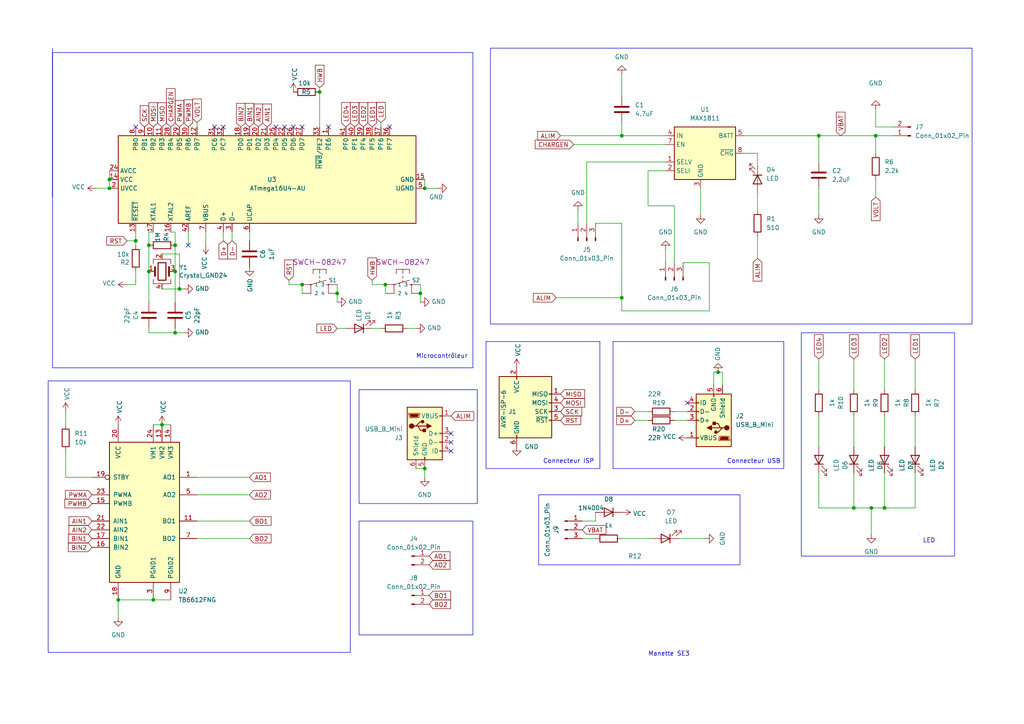
<source format=kicad_sch>
(kicad_sch (version 20230121) (generator eeschema)
  (paper "A4")
  (lib_symbols
    (symbol "2023-g2-rescue:ATmega16U4-AU-MCU_Microchip_ATmega"
      (property "Reference" "U" (at -12.7 44.45 0))
      (property "Value" "MCU_Microchip_ATmega_ATmega16U4-AU" (at 2.54 -44.45 0))
      (symbol "ATmega16U4-AU-MCU_Microchip_ATmega_0_1"
        (rectangle (start -12.7 -43.18) (end 12.7 43.18) (stroke (width 0.254)) (fill (type background)))
      )
      (symbol "ATmega16U4-AU-MCU_Microchip_ATmega_1_1"
        (pin bidirectional line (at 15.24 -17.78 180) (length 2.54) (name "PE6") (number "1"))
        (pin bidirectional line (at 15.24 33.02 180) (length 2.54) (name "PB2") (number "10"))
        (pin bidirectional line (at 15.24 30.48 180) (length 2.54) (name "PB3") (number "11"))
        (pin bidirectional line (at 15.24 20.32 180) (length 2.54) (name "PB7") (number "12"))
        (pin input line (at -15.24 38.1 0) (length 2.54) (name "~{RESET}") (number "13"))
        (pin power_in line (at 0 45.72 270) (length 2.54) (name "VCC") (number "14"))
        (pin power_in line (at 0 -45.72 90) (length 2.54) (name "GND") (number "15"))
        (pin output line (at -15.24 27.94 0) (length 2.54) (name "XTAL2") (number "16"))
        (pin input line (at -15.24 33.02 0) (length 2.54) (name "XTAL1") (number "17"))
        (pin bidirectional line (at 15.24 7.62 180) (length 2.54) (name "PD0") (number "18"))
        (pin bidirectional line (at 15.24 5.08 180) (length 2.54) (name "PD1") (number "19"))
        (pin power_in line (at -2.54 45.72 270) (length 2.54) (name "UVCC") (number "2"))
        (pin bidirectional line (at 15.24 2.54 180) (length 2.54) (name "PD2") (number "20"))
        (pin bidirectional line (at 15.24 0 180) (length 2.54) (name "PD3") (number "21"))
        (pin bidirectional line (at 15.24 -5.08 180) (length 2.54) (name "PD5") (number "22"))
        (pin passive line (at 0 -45.72 90) (length 2.54) hide (name "GND") (number "23"))
        (pin power_in line (at 2.54 45.72 270) (length 2.54) (name "AVCC") (number "24"))
        (pin bidirectional line (at 15.24 -2.54 180) (length 2.54) (name "PD4") (number "25"))
        (pin bidirectional line (at 15.24 -7.62 180) (length 2.54) (name "PD6") (number "26"))
        (pin bidirectional line (at 15.24 -10.16 180) (length 2.54) (name "PD7") (number "27"))
        (pin bidirectional line (at 15.24 27.94 180) (length 2.54) (name "PB4") (number "28"))
        (pin bidirectional line (at 15.24 25.4 180) (length 2.54) (name "PB5") (number "29"))
        (pin bidirectional line (at -15.24 10.16 0) (length 2.54) (name "D-") (number "3"))
        (pin bidirectional line (at 15.24 22.86 180) (length 2.54) (name "PB6") (number "30"))
        (pin bidirectional line (at 15.24 15.24 180) (length 2.54) (name "PC6") (number "31"))
        (pin bidirectional line (at 15.24 12.7 180) (length 2.54) (name "PC7") (number "32"))
        (pin bidirectional line (at 15.24 -15.24 180) (length 2.54) (name "~{HWB}/PE2") (number "33"))
        (pin passive line (at 0 45.72 270) (length 2.54) hide (name "VCC") (number "34"))
        (pin passive line (at 0 -45.72 90) (length 2.54) hide (name "GND") (number "35"))
        (pin bidirectional line (at 15.24 -35.56 180) (length 2.54) (name "PF7") (number "36"))
        (pin bidirectional line (at 15.24 -33.02 180) (length 2.54) (name "PF6") (number "37"))
        (pin bidirectional line (at 15.24 -30.48 180) (length 2.54) (name "PF5") (number "38"))
        (pin bidirectional line (at 15.24 -27.94 180) (length 2.54) (name "PF4") (number "39"))
        (pin bidirectional line (at -15.24 12.7 0) (length 2.54) (name "D+") (number "4"))
        (pin bidirectional line (at 15.24 -25.4 180) (length 2.54) (name "PF1") (number "40"))
        (pin bidirectional line (at 15.24 -22.86 180) (length 2.54) (name "PF0") (number "41"))
        (pin passive line (at -15.24 22.86 0) (length 2.54) (name "AREF") (number "42"))
        (pin passive line (at 0 -45.72 90) (length 2.54) hide (name "GND") (number "43"))
        (pin passive line (at 2.54 45.72 270) (length 2.54) hide (name "AVCC") (number "44"))
        (pin passive line (at -2.54 -45.72 90) (length 2.54) (name "UGND") (number "5"))
        (pin passive line (at -15.24 5.08 0) (length 2.54) (name "UCAP") (number "6"))
        (pin input line (at -15.24 17.78 0) (length 2.54) (name "VBUS") (number "7"))
        (pin bidirectional line (at 15.24 38.1 180) (length 2.54) (name "PB0") (number "8"))
        (pin bidirectional line (at 15.24 35.56 180) (length 2.54) (name "PB1") (number "9"))
      )
    )
    (symbol "Battery_Management:MAX1811"
      (property "Reference" "U" (at -7.62 8.89 0))
      (property "Value" "MAX1811" (at 10.16 8.89 0))
      (symbol "MAX1811_0_1"
        (rectangle (start -7.62 7.62) (end 10.16 -7.62) (stroke (width 0.254)) (fill (type background)))
      )
      (symbol "MAX1811_1_1"
        (pin input line (at -10.16 -2.54 0) (length 2.54) (name "SELV") (number "1"))
        (pin input line (at -10.16 -5.08 0) (length 2.54) (name "SELI") (number "2"))
        (pin power_in line (at 0 -10.16 90) (length 2.54) (name "GND") (number "3"))
        (pin power_in line (at -10.16 5.08 0) (length 2.54) (name "IN") (number "4"))
        (pin power_out line (at 12.7 5.08 180) (length 2.54) (name "BATT") (number "5"))
        (pin passive line (at 0 -10.16 90) (length 2.54) hide (name "GND") (number "6"))
        (pin input line (at -10.16 2.54 0) (length 2.54) (name "EN") (number "7"))
        (pin open_collector line (at 12.7 0 180) (length 2.54) (name "~{CHG}") (number "8"))
      )
    )
    (symbol "Connector:AVR-ISP-6" (pin_names (offset 1.016))
      (property "Reference" "J" (at -6.35 11.43 0))
      (property "Value" "AVR-ISP-6" (at 0 11.43 0))
      (symbol "AVR-ISP-6_0_1"
        (rectangle (start -2.667 -6.858) (end -2.413 -7.62))
        (rectangle (start -2.667 10.16) (end -2.413 9.398))
        (rectangle (start 7.62 -2.413) (end 6.858 -2.667))
        (rectangle (start 7.62 0.127) (end 6.858 -0.127))
        (rectangle (start 7.62 2.667) (end 6.858 2.413))
        (rectangle (start 7.62 5.207) (end 6.858 4.953))
        (rectangle (start 7.62 10.16) (end -7.62 -7.62) (stroke (width 0.254)) (fill (type background)))
      )
      (symbol "AVR-ISP-6_1_1"
        (pin passive line (at 10.16 5.08 180) (length 2.54) (name "MISO") (number "1"))
        (pin passive line (at -2.54 12.7 270) (length 2.54) (name "VCC") (number "2"))
        (pin passive line (at 10.16 0 180) (length 2.54) (name "SCK") (number "3"))
        (pin passive line (at 10.16 2.54 180) (length 2.54) (name "MOSI") (number "4"))
        (pin passive line (at 10.16 -2.54 180) (length 2.54) (name "~{RST}") (number "5"))
        (pin passive line (at -2.54 -10.16 90) (length 2.54) (name "GND") (number "6"))
      )
    )
    (symbol "Connector:Conn_01x02_Pin" (pin_names (offset 1.016) hide)
      (property "Reference" "J" (at 0 2.54 0))
      (property "Value" "Conn_01x02_Pin" (at 0 -5.08 0))
      (symbol "Conn_01x02_Pin_1_1"
        (polyline (pts (xy 1.27 -2.54) (xy 0.8636 -2.54)) (stroke (width 0.1524)))
        (polyline (pts (xy 1.27 0) (xy 0.8636 0)) (stroke (width 0.1524)))
        (rectangle (start 0.8636 -2.413) (end 0 -2.667) (stroke (width 0.1524)) (fill (type outline)))
        (rectangle (start 0.8636 0.127) (end 0 -0.127) (stroke (width 0.1524)) (fill (type outline)))
        (pin passive line (at 5.08 0 180) (length 3.81) (name "Pin_1") (number "1"))
        (pin passive line (at 5.08 -2.54 180) (length 3.81) (name "Pin_2") (number "2"))
      )
    )
    (symbol "Connector:Conn_01x03_Pin" (pin_names (offset 1.016) hide)
      (property "Reference" "J" (at 0 5.08 0))
      (property "Value" "Conn_01x03_Pin" (at 0 -5.08 0))
      (symbol "Conn_01x03_Pin_1_1"
        (polyline (pts (xy 1.27 -2.54) (xy 0.8636 -2.54)) (stroke (width 0.1524)))
        (polyline (pts (xy 1.27 0) (xy 0.8636 0)) (stroke (width 0.1524)))
        (polyline (pts (xy 1.27 2.54) (xy 0.8636 2.54)) (stroke (width 0.1524)))
        (rectangle (start 0.8636 -2.413) (end 0 -2.667) (stroke (width 0.1524)) (fill (type outline)))
        (rectangle (start 0.8636 0.127) (end 0 -0.127) (stroke (width 0.1524)) (fill (type outline)))
        (rectangle (start 0.8636 2.667) (end 0 2.413) (stroke (width 0.1524)) (fill (type outline)))
        (pin passive line (at 5.08 2.54 180) (length 3.81) (name "Pin_1") (number "1"))
        (pin passive line (at 5.08 0 180) (length 3.81) (name "Pin_2") (number "2"))
        (pin passive line (at 5.08 -2.54 180) (length 3.81) (name "Pin_3") (number "3"))
      )
    )
    (symbol "Connector:USB_B_Mini" (pin_names (offset 1.016))
      (property "Reference" "J" (at -5.08 11.43 0))
      (property "Value" "USB_B_Mini" (at -5.08 8.89 0))
      (symbol "USB_B_Mini_0_1"
        (rectangle (start -5.08 -7.62) (end 5.08 7.62) (stroke (width 0.254)) (fill (type background)))
        (circle (center -3.81 2.159) (radius 0.635) (stroke (width 0.254)) (fill (type outline)))
        (circle (center -0.635 3.429) (radius 0.381) (stroke (width 0.254)) (fill (type outline)))
        (rectangle (start -0.127 -7.62) (end 0.127 -6.858))
        (polyline (pts (xy -1.905 2.159) (xy 0.635 2.159)) (stroke (width 0.254)))
        (polyline (pts (xy -3.175 2.159) (xy -2.54 2.159) (xy -1.27 3.429) (xy -0.635 3.429)) (stroke (width 0.254)))
        (polyline (pts (xy -2.54 2.159) (xy -1.905 2.159) (xy -1.27 0.889) (xy 0 0.889)) (stroke (width 0.254)))
        (polyline (pts (xy 0.635 2.794) (xy 0.635 1.524) (xy 1.905 2.159) (xy 0.635 2.794)) (stroke (width 0.254)) (fill (type outline)))
        (polyline (pts (xy -4.318 5.588) (xy -1.778 5.588) (xy -2.032 4.826) (xy -4.064 4.826) (xy -4.318 5.588)) (fill (type outline)))
        (polyline (pts (xy -4.699 5.842) (xy -4.699 5.588) (xy -4.445 4.826) (xy -4.445 4.572) (xy -1.651 4.572) (xy -1.651 4.826) (xy -1.397 5.588) (xy -1.397 5.842) (xy -4.699 5.842)))
        (rectangle (start 0.254 1.27) (end -0.508 0.508) (stroke (width 0.254)) (fill (type outline)))
        (rectangle (start 5.08 -5.207) (end 4.318 -4.953))
        (rectangle (start 5.08 -2.667) (end 4.318 -2.413))
        (rectangle (start 5.08 -0.127) (end 4.318 0.127))
        (rectangle (start 5.08 4.953) (end 4.318 5.207))
      )
      (symbol "USB_B_Mini_1_1"
        (pin power_out line (at 7.62 5.08 180) (length 2.54) (name "VBUS") (number "1"))
        (pin bidirectional line (at 7.62 -2.54 180) (length 2.54) (name "D-") (number "2"))
        (pin bidirectional line (at 7.62 0 180) (length 2.54) (name "D+") (number "3"))
        (pin passive line (at 7.62 -5.08 180) (length 2.54) (name "ID") (number "4"))
        (pin power_out line (at 0 -10.16 90) (length 2.54) (name "GND") (number "5"))
        (pin passive line (at -2.54 -10.16 90) (length 2.54) (name "Shield") (number "6"))
      )
    )
    (symbol "Device:C" (pin_numbers hide) (pin_names (offset 0.254))
      (property "Reference" "C" (at 0.635 2.54 0))
      (property "Value" "C" (at 0.635 -2.54 0))
      (symbol "C_0_1"
        (polyline (pts (xy -2.032 -0.762) (xy 2.032 -0.762)) (stroke (width 0.508)))
        (polyline (pts (xy -2.032 0.762) (xy 2.032 0.762)) (stroke (width 0.508)))
      )
      (symbol "C_1_1"
        (pin passive line (at 0 3.81 270) (length 2.794) (name "~") (number "1"))
        (pin passive line (at 0 -3.81 90) (length 2.794) (name "~") (number "2"))
      )
    )
    (symbol "Device:Crystal_GND24" (pin_names (offset 1.016) hide)
      (property "Reference" "Y" (at 3.175 5.08 0))
      (property "Value" "Crystal_GND24" (at 3.175 3.175 0))
      (symbol "Crystal_GND24_0_1"
        (rectangle (start -1.143 2.54) (end 1.143 -2.54) (stroke (width 0.3048)))
        (polyline (pts (xy -2.54 0) (xy -2.032 0)))
        (polyline (pts (xy -2.032 -1.27) (xy -2.032 1.27)) (stroke (width 0.508)))
        (polyline (pts (xy 0 -3.81) (xy 0 -3.556)))
        (polyline (pts (xy 0 3.556) (xy 0 3.81)))
        (polyline (pts (xy 2.032 -1.27) (xy 2.032 1.27)) (stroke (width 0.508)))
        (polyline (pts (xy 2.032 0) (xy 2.54 0)))
        (polyline (pts (xy -2.54 -2.286) (xy -2.54 -3.556) (xy 2.54 -3.556) (xy 2.54 -2.286)))
        (polyline (pts (xy -2.54 2.286) (xy -2.54 3.556) (xy 2.54 3.556) (xy 2.54 2.286)))
      )
      (symbol "Crystal_GND24_1_1"
        (pin passive line (at -3.81 0 0) (length 1.27) (name "1") (number "1"))
        (pin passive line (at 0 5.08 270) (length 1.27) (name "2") (number "2"))
        (pin passive line (at 3.81 0 180) (length 1.27) (name "3") (number "3"))
        (pin passive line (at 0 -5.08 90) (length 1.27) (name "4") (number "4"))
      )
    )
    (symbol "Device:LED" (pin_numbers hide) (pin_names (offset 1.016) hide)
      (property "Reference" "D" (at 0 2.54 0))
      (property "Value" "LED" (at 0 -2.54 0))
      (symbol "LED_0_1"
        (polyline (pts (xy -1.27 -1.27) (xy -1.27 1.27)) (stroke (width 0.254)))
        (polyline (pts (xy -1.27 0) (xy 1.27 0)))
        (polyline (pts (xy 1.27 -1.27) (xy 1.27 1.27) (xy -1.27 0) (xy 1.27 -1.27)) (stroke (width 0.254)))
        (polyline (pts (xy -3.048 -0.762) (xy -4.572 -2.286) (xy -3.81 -2.286) (xy -4.572 -2.286) (xy -4.572 -1.524)))
        (polyline (pts (xy -1.778 -0.762) (xy -3.302 -2.286) (xy -2.54 -2.286) (xy -3.302 -2.286) (xy -3.302 -1.524)))
      )
      (symbol "LED_1_1"
        (pin passive line (at -3.81 0 0) (length 2.54) (name "K") (number "1"))
        (pin passive line (at 3.81 0 180) (length 2.54) (name "A") (number "2"))
      )
    )
    (symbol "Device:R" (pin_numbers hide) (pin_names (offset 0))
      (property "Reference" "R" (at 2.032 0 90))
      (property "Value" "R" (at 0 0 90))
      (symbol "R_0_1"
        (rectangle (start -1.016 -2.54) (end 1.016 2.54) (stroke (width 0.254)))
      )
      (symbol "R_1_1"
        (pin passive line (at 0 3.81 270) (length 1.27) (name "~") (number "1"))
        (pin passive line (at 0 -3.81 90) (length 1.27) (name "~") (number "2"))
      )
    )
    (symbol "Diode:1N4004" (pin_numbers hide) (pin_names hide)
      (property "Reference" "D" (at 0 2.54 0))
      (property "Value" "1N4004" (at 0 -2.54 0))
      (symbol "1N4004_0_1"
        (polyline (pts (xy -1.27 1.27) (xy -1.27 -1.27)) (stroke (width 0.254)))
        (polyline (pts (xy 1.27 0) (xy -1.27 0)))
        (polyline (pts (xy 1.27 1.27) (xy 1.27 -1.27) (xy -1.27 0) (xy 1.27 1.27)) (stroke (width 0.254)))
      )
      (symbol "1N4004_1_1"
        (pin passive line (at -3.81 0 0) (length 2.54) (name "K") (number "1"))
        (pin passive line (at 3.81 0 180) (length 2.54) (name "A") (number "2"))
      )
    )
    (symbol "Driver_Motor:TB6612FNG" (pin_names (offset 1.016))
      (property "Reference" "U" (at 11.43 17.78 0))
      (property "Value" "TB6612FNG" (at 11.43 15.24 0))
      (symbol "TB6612FNG_0_1"
        (rectangle (start -10.16 20.32) (end 10.16 -20.32) (stroke (width 0.254)) (fill (type background)))
      )
      (symbol "TB6612FNG_1_1"
        (pin output line (at 15.24 10.16 180) (length 5.08) (name "AO1") (number "1"))
        (pin passive line (at 7.62 -25.4 90) (length 5.08) hide (name "PGND2") (number "10"))
        (pin output line (at 15.24 -2.54 180) (length 5.08) (name "BO1") (number "11"))
        (pin passive line (at 15.24 -2.54 180) (length 5.08) hide (name "BO1") (number "12"))
        (pin power_in line (at 5.08 25.4 270) (length 5.08) (name "VM2") (number "13"))
        (pin power_in line (at 7.62 25.4 270) (length 5.08) (name "VM3") (number "14"))
        (pin input line (at -15.24 2.54 0) (length 5.08) (name "PWMB") (number "15"))
        (pin input line (at -15.24 -10.16 0) (length 5.08) (name "BIN2") (number "16"))
        (pin input line (at -15.24 -7.62 0) (length 5.08) (name "BIN1") (number "17"))
        (pin power_in line (at -7.62 -25.4 90) (length 5.08) (name "GND") (number "18"))
        (pin input inverted (at -15.24 10.16 0) (length 5.08) (name "STBY") (number "19"))
        (pin passive line (at 15.24 10.16 180) (length 5.08) hide (name "AO1") (number "2"))
        (pin power_in line (at -7.62 25.4 270) (length 5.08) (name "VCC") (number "20"))
        (pin input line (at -15.24 -2.54 0) (length 5.08) (name "AIN1") (number "21"))
        (pin input line (at -15.24 -5.08 0) (length 5.08) (name "AIN2") (number "22"))
        (pin input line (at -15.24 5.08 0) (length 5.08) (name "PWMA") (number "23"))
        (pin power_in line (at 2.54 25.4 270) (length 5.08) (name "VM1") (number "24"))
        (pin power_in line (at 2.54 -25.4 90) (length 5.08) (name "PGND1") (number "3"))
        (pin passive line (at 2.54 -25.4 90) (length 5.08) hide (name "PGND1") (number "4"))
        (pin output line (at 15.24 5.08 180) (length 5.08) (name "AO2") (number "5"))
        (pin passive line (at 15.24 5.08 180) (length 5.08) hide (name "AO2") (number "6"))
        (pin output line (at 15.24 -7.62 180) (length 5.08) (name "BO2") (number "7"))
        (pin passive line (at 15.24 -7.62 180) (length 5.08) hide (name "BO2") (number "8"))
        (pin power_in line (at 7.62 -25.4 90) (length 5.08) (name "PGND2") (number "9"))
      )
    )
    (symbol "MOMENTARY-SWITCH-SPST-2-SMD-5.2MM_1" (pin_numbers hide) (pin_names (offset 1.016))
      (property "Reference" "S" (at -5.08 1.27 0))
      (property "Value" "MOMENTARY-SWITCH-SPST-2-SMD-5.2MM" (at -5.08 -5.08 0))
      (property "Field4" "SWCH-08247" (at 0 7.62 0))
      (symbol "MOMENTARY-SWITCH-SPST-2-SMD-5.2MM_1_1_0"
        (polyline (pts (xy -2.54 -2.54) (xy -2.54 0)))
        (polyline (pts (xy -2.54 0) (xy 1.905 1.27)))
        (polyline (pts (xy -1.905 4.445) (xy -1.905 3.175)))
        (polyline (pts (xy 0 1.27) (xy 0 0.635)))
        (polyline (pts (xy 0 2.54) (xy 0 1.905)))
        (polyline (pts (xy 0 4.445) (xy -1.905 4.445)))
        (polyline (pts (xy 0 4.445) (xy 0 3.175)))
        (polyline (pts (xy 1.905 0) (xy 2.54 0)))
        (polyline (pts (xy 1.905 4.445) (xy 0 4.445)))
        (polyline (pts (xy 1.905 4.445) (xy 1.905 3.175)))
        (polyline (pts (xy 2.54 -2.54) (xy 2.54 0)))
      )
      (symbol "MOMENTARY-SWITCH-SPST-2-SMD-5.2MM_1_1_1"
        (circle (center -2.54 0) (radius 0.127) (fill (type outline)))
        (circle (center 2.54 0) (radius 0.127) (fill (type outline)))
        (pin passive line (at -5.08 0 0) (length 2.54) (name "1") (number "1"))
        (pin passive line (at -5.08 -2.54 0) (length 2.54) (name "2") (number "2"))
        (pin passive line (at 5.08 0 180) (length 2.54) (name "3") (number "3"))
        (pin passive line (at 5.08 -2.54 180) (length 2.54) (name "4") (number "4"))
      )
    )
    (symbol "MOMENTARY-SWITCH-SPST-2-SMD-5.2MM_2" (pin_numbers hide) (pin_names (offset 1.016))
      (property "Reference" "S" (at -5.08 1.27 0))
      (property "Value" "MOMENTARY-SWITCH-SPST-2-SMD-5.2MM" (at -5.08 -5.08 0))
      (property "Field4" "SWCH-08247" (at 0 7.62 0))
      (symbol "MOMENTARY-SWITCH-SPST-2-SMD-5.2MM_2_1_0"
        (polyline (pts (xy -2.54 -2.54) (xy -2.54 0)))
        (polyline (pts (xy -2.54 0) (xy 1.905 1.27)))
        (polyline (pts (xy -1.905 4.445) (xy -1.905 3.175)))
        (polyline (pts (xy 0 1.27) (xy 0 0.635)))
        (polyline (pts (xy 0 2.54) (xy 0 1.905)))
        (polyline (pts (xy 0 4.445) (xy -1.905 4.445)))
        (polyline (pts (xy 0 4.445) (xy 0 3.175)))
        (polyline (pts (xy 1.905 0) (xy 2.54 0)))
        (polyline (pts (xy 1.905 4.445) (xy 0 4.445)))
        (polyline (pts (xy 1.905 4.445) (xy 1.905 3.175)))
        (polyline (pts (xy 2.54 -2.54) (xy 2.54 0)))
      )
      (symbol "MOMENTARY-SWITCH-SPST-2-SMD-5.2MM_2_1_1"
        (circle (center -2.54 0) (radius 0.127) (fill (type outline)))
        (circle (center 2.54 0) (radius 0.127) (fill (type outline)))
        (pin passive line (at -5.08 0 0) (length 2.54) (name "1") (number "1"))
        (pin passive line (at -5.08 -2.54 0) (length 2.54) (name "2") (number "2"))
        (pin passive line (at 5.08 0 180) (length 2.54) (name "3") (number "3"))
        (pin passive line (at 5.08 -2.54 180) (length 2.54) (name "4") (number "4"))
      )
    )
    (symbol "MOMENTARY-SWITCH-SPST-2-SMD-5.2MM_3" (pin_numbers hide) (pin_names (offset 1.016))
      (property "Reference" "S" (at -5.08 1.27 0))
      (property "Value" "MOMENTARY-SWITCH-SPST-2-SMD-5.2MM" (at -5.08 -5.08 0))
      (property "Field4" "SWCH-08247" (at 0 7.62 0))
      (symbol "MOMENTARY-SWITCH-SPST-2-SMD-5.2MM_3_1_0"
        (polyline (pts (xy -2.54 -2.54) (xy -2.54 0)))
        (polyline (pts (xy -2.54 0) (xy 1.905 1.27)))
        (polyline (pts (xy -1.905 4.445) (xy -1.905 3.175)))
        (polyline (pts (xy 0 1.27) (xy 0 0.635)))
        (polyline (pts (xy 0 2.54) (xy 0 1.905)))
        (polyline (pts (xy 0 4.445) (xy -1.905 4.445)))
        (polyline (pts (xy 0 4.445) (xy 0 3.175)))
        (polyline (pts (xy 1.905 0) (xy 2.54 0)))
        (polyline (pts (xy 1.905 4.445) (xy 0 4.445)))
        (polyline (pts (xy 1.905 4.445) (xy 1.905 3.175)))
        (polyline (pts (xy 2.54 -2.54) (xy 2.54 0)))
      )
      (symbol "MOMENTARY-SWITCH-SPST-2-SMD-5.2MM_3_1_1"
        (circle (center -2.54 0) (radius 0.127) (fill (type outline)))
        (circle (center 2.54 0) (radius 0.127) (fill (type outline)))
        (pin passive line (at -5.08 0 0) (length 2.54) (name "1") (number "1"))
        (pin passive line (at -5.08 -2.54 0) (length 2.54) (name "2") (number "2"))
        (pin passive line (at 5.08 0 180) (length 2.54) (name "3") (number "3"))
        (pin passive line (at 5.08 -2.54 180) (length 2.54) (name "4") (number "4"))
      )
    )
    (symbol "MOMENTARY-SWITCH-SPST-2-SMD-5.2MM_4" (pin_numbers hide) (pin_names (offset 1.016))
      (property "Reference" "S" (at -5.08 1.27 0))
      (property "Value" "MOMENTARY-SWITCH-SPST-2-SMD-5.2MM" (at -5.08 -5.08 0))
      (property "Field4" "SWCH-08247" (at 0 7.62 0))
      (symbol "MOMENTARY-SWITCH-SPST-2-SMD-5.2MM_4_1_0"
        (polyline (pts (xy -2.54 -2.54) (xy -2.54 0)))
        (polyline (pts (xy -2.54 0) (xy 1.905 1.27)))
        (polyline (pts (xy -1.905 4.445) (xy -1.905 3.175)))
        (polyline (pts (xy 0 1.27) (xy 0 0.635)))
        (polyline (pts (xy 0 2.54) (xy 0 1.905)))
        (polyline (pts (xy 0 4.445) (xy -1.905 4.445)))
        (polyline (pts (xy 0 4.445) (xy 0 3.175)))
        (polyline (pts (xy 1.905 0) (xy 2.54 0)))
        (polyline (pts (xy 1.905 4.445) (xy 0 4.445)))
        (polyline (pts (xy 1.905 4.445) (xy 1.905 3.175)))
        (polyline (pts (xy 2.54 -2.54) (xy 2.54 0)))
      )
      (symbol "MOMENTARY-SWITCH-SPST-2-SMD-5.2MM_4_1_1"
        (circle (center -2.54 0) (radius 0.127) (fill (type outline)))
        (circle (center 2.54 0) (radius 0.127) (fill (type outline)))
        (pin passive line (at -5.08 0 0) (length 2.54) (name "1") (number "1"))
        (pin passive line (at -5.08 -2.54 0) (length 2.54) (name "2") (number "2"))
        (pin passive line (at 5.08 0 180) (length 2.54) (name "3") (number "3"))
        (pin passive line (at 5.08 -2.54 180) (length 2.54) (name "4") (number "4"))
      )
    )
    (symbol "power:GND" (power) (pin_names (offset 0))
      (property "Value" "GND" (at 0 -3.81 0))
      (symbol "GND_0_1"
        (polyline (pts (xy 0 0) (xy 0 -1.27) (xy 1.27 -1.27) (xy 0 -2.54) (xy -1.27 -1.27) (xy 0 -1.27)))
      )
      (symbol "GND_1_1"
        (pin power_in line (at 0 0 270) (length 0) hide (name "GND") (number "1"))
      )
    )
    (symbol "power:VCC" (power) (pin_names (offset 0))
      (property "Value" "VCC" (at 0 3.81 0))
      (symbol "VCC_0_1"
        (polyline (pts (xy -0.762 1.27) (xy 0 2.54)))
        (polyline (pts (xy 0 0) (xy 0 2.54)))
        (polyline (pts (xy 0 2.54) (xy 0.762 1.27)))
      )
      (symbol "VCC_1_1"
        (pin power_in line (at 0 0 90) (length 0) hide (name "VCC") (number "1"))
      )
    )
  )
  (junction (at 87.63 82.55))
  (junction (at 31.75 54.61))
  (junction (at 43.18 71.12))
  (junction (at 39.37 69.85))
  (junction (at 111.76 82.55))
  (junction (at 50.8 96.52))
  (junction (at 44.45 173.99))
  (junction (at 180.34 86.36))
  (junction (at 46.99 123.19))
  (junction (at 123.19 135.89))
  (junction (at 123.19 54.61))
  (junction (at 252.73 147.32))
  (junction (at 254 39.37))
  (junction (at 52.07 83.82))
  (junction (at 34.29 173.99))
  (junction (at 43.18 78.74))
  (junction (at 208.28 107.95))
  (junction (at 50.8 71.12))
  (junction (at 121.92 85.09))
  (junction (at 237.49 39.37))
  (junction (at 247.65 147.32))
  (junction (at 50.8 78.74))
  (junction (at 92.71 26.67))
  (junction (at 31.75 52.07))
  (junction (at 180.34 39.37))
  (junction (at 97.79 85.09))
  (junction (at 256.54 147.32))
  (no_connect (at 85.09 36.83))
  (no_connect (at 64.77 36.83))
  (no_connect (at 80.01 36.83))
  (no_connect (at 54.61 71.12))
  (no_connect (at 39.37 36.83))
  (no_connect (at 87.63 36.83))
  (no_connect (at 130.81 125.73))
  (no_connect (at 62.23 36.83))
  (no_connect (at 113.03 36.83))
  (no_connect (at 130.81 128.27))
  (no_connect (at 82.55 36.83))
  (no_connect (at 95.25 36.83))
  (no_connect (at 130.81 130.81))
  (no_connect (at 199.39 116.84))
  (wire (pts (xy 180.34 86.36) (xy 161.29 86.36)))
  (wire (pts (xy 207.01 111.76) (xy 207.01 107.95)))
  (wire (pts (xy 199.39 119.38) (xy 195.58 119.38)))
  (wire (pts (xy 92.71 26.67) (xy 92.71 36.83)))
  (polyline (pts (xy 227.33 99.06) (xy 227.33 135.89)))
  (polyline (pts (xy 140.97 99.06) (xy 173.99 99.06)))
  (wire (pts (xy 193.04 46.99) (xy 170.18 46.99)))
  (wire (pts (xy 50.8 71.12) (xy 50.8 78.74)))
  (wire (pts (xy 265.43 104.14) (xy 265.43 113.03)))
  (polyline (pts (xy 140.97 135.89) (xy 140.97 99.06)))
  (wire (pts (xy 59.69 71.12) (xy 59.69 67.31)))
  (wire (pts (xy 256.54 147.32) (xy 265.43 147.32)))
  (wire (pts (xy 237.49 39.37) (xy 237.49 46.99)))
  (wire (pts (xy 111.76 82.55) (xy 107.95 82.55)))
  (wire (pts (xy 167.64 60.96) (xy 167.64 64.77)))
  (wire (pts (xy 205.74 90.17) (xy 180.34 90.17)))
  (wire (pts (xy 237.49 54.61) (xy 237.49 62.23)))
  (wire (pts (xy 180.34 35.56) (xy 180.34 39.37)))
  (wire (pts (xy 252.73 147.32) (xy 256.54 147.32)))
  (wire (pts (xy 72.39 67.31) (xy 72.39 69.85)))
  (wire (pts (xy 43.18 96.52) (xy 50.8 96.52)))
  (wire (pts (xy 123.19 135.89) (xy 120.65 135.89)))
  (wire (pts (xy 180.34 39.37) (xy 193.04 39.37)))
  (wire (pts (xy 219.71 68.58) (xy 219.71 74.93)))
  (wire (pts (xy 170.18 46.99) (xy 170.18 64.77)))
  (wire (pts (xy 43.18 71.12) (xy 43.18 78.74)))
  (wire (pts (xy 123.19 52.07) (xy 123.19 54.61)))
  (wire (pts (xy 254 39.37) (xy 254 44.45)))
  (polyline (pts (xy 15.24 13.97) (xy 15.24 57.15)))
  (wire (pts (xy 184.15 121.92) (xy 187.96 121.92)))
  (wire (pts (xy 19.05 138.43) (xy 26.67 138.43)))
  (wire (pts (xy 44.45 173.99) (xy 49.53 173.99)))
  (wire (pts (xy 92.71 26.67) (xy 92.71 25.4)))
  (polyline (pts (xy 177.8 135.89) (xy 177.8 99.06)))
  (wire (pts (xy 44.45 123.19) (xy 46.99 123.19)))
  (wire (pts (xy 64.77 67.31) (xy 64.77 69.85)))
  (wire (pts (xy 256.54 104.14) (xy 256.54 113.03)))
  (wire (pts (xy 205.74 76.2) (xy 205.74 90.17)))
  (wire (pts (xy 97.79 85.09) (xy 97.79 87.63)))
  (wire (pts (xy 247.65 120.65) (xy 247.65 129.54)))
  (wire (pts (xy 39.37 82.55) (xy 36.83 82.55)))
  (wire (pts (xy 111.76 85.09) (xy 111.76 82.55)))
  (wire (pts (xy 193.04 72.39) (xy 193.04 76.2)))
  (wire (pts (xy 43.18 78.74) (xy 43.18 87.63)))
  (wire (pts (xy 31.75 54.61) (xy 27.94 54.61)))
  (wire (pts (xy 67.31 67.31) (xy 67.31 69.85)))
  (wire (pts (xy 72.39 156.21) (xy 57.15 156.21)))
  (wire (pts (xy 256.54 120.65) (xy 256.54 129.54)))
  (wire (pts (xy 72.39 143.51) (xy 57.15 143.51)))
  (polyline (pts (xy 227.33 135.89) (xy 177.8 135.89)))
  (polyline (pts (xy 173.99 99.06) (xy 173.99 135.89)))
  (wire (pts (xy 219.71 44.45) (xy 219.71 48.26)))
  (wire (pts (xy 252.73 147.32) (xy 252.73 154.94)))
  (wire (pts (xy 195.58 121.92) (xy 199.39 121.92)))
  (wire (pts (xy 172.72 151.13) (xy 168.91 151.13)))
  (wire (pts (xy 180.34 90.17) (xy 180.34 86.36)))
  (wire (pts (xy 107.95 95.25) (xy 110.49 95.25)))
  (wire (pts (xy 123.19 138.43) (xy 123.19 135.89)))
  (wire (pts (xy 203.2 54.61) (xy 203.2 62.23)))
  (wire (pts (xy 39.37 67.31) (xy 39.37 69.85)))
  (wire (pts (xy 44.45 67.31) (xy 43.18 67.31)))
  (wire (pts (xy 121.92 82.55) (xy 121.92 85.09)))
  (polyline (pts (xy 173.99 135.89) (xy 140.97 135.89)))
  (wire (pts (xy 180.34 64.77) (xy 180.34 86.36)))
  (wire (pts (xy 209.55 111.76) (xy 209.55 107.95)))
  (wire (pts (xy 57.15 151.13) (xy 72.39 151.13)))
  (wire (pts (xy 83.82 82.55) (xy 87.63 82.55)))
  (wire (pts (xy 83.82 81.28) (xy 83.82 82.55)))
  (wire (pts (xy 166.37 41.91) (xy 193.04 41.91)))
  (wire (pts (xy 237.49 137.16) (xy 237.49 147.32)))
  (wire (pts (xy 219.71 55.88) (xy 219.71 60.96)))
  (wire (pts (xy 256.54 137.16) (xy 256.54 147.32)))
  (wire (pts (xy 180.34 21.59) (xy 180.34 27.94)))
  (wire (pts (xy 237.49 147.32) (xy 247.65 147.32)))
  (wire (pts (xy 39.37 78.74) (xy 39.37 82.55)))
  (wire (pts (xy 172.72 148.59) (xy 172.72 151.13)))
  (wire (pts (xy 52.07 73.66) (xy 52.07 83.82)))
  (wire (pts (xy 195.58 59.69) (xy 187.96 59.69)))
  (wire (pts (xy 87.63 85.09) (xy 87.63 82.55)))
  (wire (pts (xy 19.05 119.38) (xy 19.05 123.19)))
  (wire (pts (xy 34.29 173.99) (xy 34.29 179.07)))
  (wire (pts (xy 54.61 67.31) (xy 54.61 71.12)))
  (wire (pts (xy 254 39.37) (xy 259.08 39.37)))
  (wire (pts (xy 43.18 95.25) (xy 43.18 96.52)))
  (wire (pts (xy 34.29 173.99) (xy 44.45 173.99)))
  (wire (pts (xy 43.18 67.31) (xy 43.18 71.12)))
  (wire (pts (xy 50.8 95.25) (xy 50.8 96.52)))
  (wire (pts (xy 187.96 49.53) (xy 193.04 49.53)))
  (wire (pts (xy 121.92 85.09) (xy 121.92 87.63)))
  (wire (pts (xy 97.79 82.55) (xy 97.79 85.09)))
  (wire (pts (xy 118.11 95.25) (xy 120.65 95.25)))
  (wire (pts (xy 198.12 76.2) (xy 205.74 76.2)))
  (wire (pts (xy 254 36.83) (xy 254 31.75)))
  (wire (pts (xy 123.19 54.61) (xy 127 54.61)))
  (wire (pts (xy 247.65 147.32) (xy 252.73 147.32)))
  (wire (pts (xy 195.58 76.2) (xy 195.58 59.69)))
  (wire (pts (xy 107.95 82.55) (xy 107.95 81.28)))
  (wire (pts (xy 57.15 36.83) (xy 57.15 35.56)))
  (wire (pts (xy 52.07 83.82) (xy 53.34 83.82)))
  (wire (pts (xy 247.65 137.16) (xy 247.65 147.32)))
  (wire (pts (xy 187.96 59.69) (xy 187.96 49.53)))
  (wire (pts (xy 209.55 107.95) (xy 208.28 107.95)))
  (wire (pts (xy 172.72 64.77) (xy 180.34 64.77)))
  (wire (pts (xy 254 52.07) (xy 254 57.15)))
  (wire (pts (xy 265.43 120.65) (xy 265.43 129.54)))
  (wire (pts (xy 237.49 39.37) (xy 254 39.37)))
  (wire (pts (xy 36.83 69.85) (xy 39.37 69.85)))
  (wire (pts (xy 57.15 138.43) (xy 72.39 138.43)))
  (wire (pts (xy 215.9 44.45) (xy 219.71 44.45)))
  (wire (pts (xy 100.33 95.25) (xy 97.79 95.25)))
  (wire (pts (xy 259.08 36.83) (xy 254 36.83)))
  (wire (pts (xy 39.37 69.85) (xy 39.37 71.12)))
  (wire (pts (xy 196.85 156.21) (xy 204.47 156.21)))
  (polyline (pts (xy 177.8 99.06) (xy 227.33 99.06)))
  (wire (pts (xy 265.43 137.16) (xy 265.43 147.32)))
  (wire (pts (xy 49.53 67.31) (xy 50.8 67.31)))
  (wire (pts (xy 50.8 78.74) (xy 50.8 87.63)))
  (wire (pts (xy 168.91 156.21) (xy 172.72 156.21)))
  (wire (pts (xy 50.8 67.31) (xy 50.8 71.12)))
  (wire (pts (xy 237.49 120.65) (xy 237.49 129.54)))
  (wire (pts (xy 46.99 123.19) (xy 49.53 123.19)))
  (wire (pts (xy 19.05 130.81) (xy 19.05 138.43)))
  (wire (pts (xy 237.49 104.14) (xy 237.49 113.03)))
  (wire (pts (xy 46.99 83.82) (xy 52.07 83.82)))
  (wire (pts (xy 162.56 39.37) (xy 180.34 39.37)))
  (wire (pts (xy 180.34 156.21) (xy 189.23 156.21)))
  (wire (pts (xy 110.49 36.83) (xy 110.49 35.56)))
  (wire (pts (xy 215.9 39.37) (xy 237.49 39.37)))
  (wire (pts (xy 50.8 96.52) (xy 53.34 96.52)))
  (wire (pts (xy 31.75 52.07) (xy 31.75 54.61)))
  (wire (pts (xy 46.99 73.66) (xy 52.07 73.66)))
  (wire (pts (xy 207.01 107.95) (xy 208.28 107.95)))
  (wire (pts (xy 31.75 49.53) (xy 31.75 52.07)))
  (wire (pts (xy 187.96 119.38) (xy 184.15 119.38)))
  (wire (pts (xy 247.65 104.14) (xy 247.65 113.03)))
  (rectangle (start 232.41 96.52) (end 276.86 161.29))
  (rectangle (start 13.97 110.49) (end 101.6 189.23))
  (rectangle (start 156.21 143.51) (end 214.63 163.83))
  (rectangle (start 142.24 13.97) (end 281.94 93.98))
  (rectangle (start 104.14 151.13) (end 137.16 184.15))
  (rectangle (start 15.24 15.24) (end 137.16 106.68))
  (rectangle (start 104.14 113.03) (end 138.43 146.05))
  (text_box "LED\n" (at 266.7 154.94 0) (size 0 0) (effects (font (size 1.27 1.27)) (justify left top)))
  (text "Connecteur USB" (at 210.82 134.62 0) (effects (font (size 1.27 1.27)) (justify left bottom)))
  (text "Microcontrôleur" (at 120.65 104.14 0) (effects (font (size 1.27 1.27)) (justify left bottom)))
  (text "Connecteur ISP" (at 157.48 134.62 0) (effects (font (size 1.27 1.27)) (justify left bottom)))
  (text "Manette SE3" (at 187.96 190.5 0) (effects (font (size 1.27 1.27)) (justify left bottom)))
  (global_label "PWMA" (shape input) (at 52.07 36.83 90) (property "Intersheetrefs" "${INTERSHEET_REFS}" (effects hide)))
  (global_label "MISO" (shape input) (at 46.99 36.83 90) (property "Intersheetrefs" "${INTERSHEET_REFS}" (effects hide)))
  (global_label "MISO" (shape input) (at 162.56 114.3 0) (property "Intersheetrefs" "${INTERSHEET_REFS}" (effects hide)))
  (global_label "D+" (shape input) (at 184.15 121.92 180) (property "Intersheetrefs" "${INTERSHEET_REFS}" (effects hide)))
  (global_label "SCK" (shape input) (at 162.56 119.38 0) (property "Intersheetrefs" "${INTERSHEET_REFS}" (effects hide)))
  (global_label "AO1" (shape input) (at 72.39 138.43 0) (property "Intersheetrefs" "${INTERSHEET_REFS}" (effects hide)))
  (global_label "AIN2" (shape input) (at 26.67 153.67 180) (property "Intersheetrefs" "${INTERSHEET_REFS}" (effects hide)))
  (global_label "ALIM" (shape input) (at 162.56 39.37 180) (property "Intersheetrefs" "${INTERSHEET_REFS}" (effects hide)))
  (global_label "AO2" (shape input) (at 72.39 143.51 0) (property "Intersheetrefs" "${INTERSHEET_REFS}" (effects hide)))
  (global_label "AIN2" (shape input) (at 74.93 36.83 90) (property "Intersheetrefs" "${INTERSHEET_REFS}" (effects hide)))
  (global_label "CHARGEN" (shape input) (at 49.53 36.83 90) (property "Intersheetrefs" "${INTERSHEET_REFS}" (effects hide)))
  (global_label "RST" (shape input) (at 36.83 69.85 180) (property "Intersheetrefs" "${INTERSHEET_REFS}" (effects hide)))
  (global_label "PWMB" (shape input) (at 26.67 146.05 180) (property "Intersheetrefs" "${INTERSHEET_REFS}" (effects hide)))
  (global_label "MOSI" (shape input) (at 162.56 116.84 0) (property "Intersheetrefs" "${INTERSHEET_REFS}" (effects hide)))
  (global_label "BIN2" (shape input) (at 26.67 158.75 180) (property "Intersheetrefs" "${INTERSHEET_REFS}" (effects hide)))
  (global_label "ALIM" (shape input) (at 161.29 86.36 180) (property "Intersheetrefs" "${INTERSHEET_REFS}" (effects hide)))
  (global_label "LED2" (shape input) (at 256.54 104.14 90) (property "Intersheetrefs" "${INTERSHEET_REFS}" (effects hide)))
  (global_label "AIN1" (shape input) (at 77.47 36.83 90) (property "Intersheetrefs" "${INTERSHEET_REFS}" (effects hide)))
  (global_label "AO2" (shape input) (at 124.46 163.83 0) (property "Intersheetrefs" "${INTERSHEET_REFS}" (effects hide)))
  (global_label "D-" (shape input) (at 67.31 69.85 270) (property "Intersheetrefs" "${INTERSHEET_REFS}" (effects hide)))
  (global_label "BO1" (shape input) (at 124.46 172.72 0) (property "Intersheetrefs" "${INTERSHEET_REFS}" (effects hide)))
  (global_label "VOLT" (shape input) (at 254 57.15 270) (property "Intersheetrefs" "${INTERSHEET_REFS}" (effects hide)))
  (global_label "AIN1" (shape input) (at 26.67 151.13 180) (property "Intersheetrefs" "${INTERSHEET_REFS}" (effects hide)))
  (global_label "CHARGEN" (shape input) (at 166.37 41.91 180) (property "Intersheetrefs" "${INTERSHEET_REFS}" (effects hide)))
  (global_label "LED1" (shape input) (at 107.95 36.83 90) (property "Intersheetrefs" "${INTERSHEET_REFS}" (effects hide)))
  (global_label "ALIM" (shape input) (at 219.71 74.93 270) (property "Intersheetrefs" "${INTERSHEET_REFS}" (effects hide)))
  (global_label "BIN2" (shape input) (at 69.85 36.83 90) (property "Intersheetrefs" "${INTERSHEET_REFS}" (effects hide)))
  (global_label "LED2" (shape input) (at 105.41 36.83 90) (property "Intersheetrefs" "${INTERSHEET_REFS}" (effects hide)))
  (global_label "HWB" (shape input) (at 92.71 25.4 90) (property "Intersheetrefs" "${INTERSHEET_REFS}" (effects hide)))
  (global_label "LED4" (shape input) (at 100.33 36.83 90) (property "Intersheetrefs" "${INTERSHEET_REFS}" (effects hide)))
  (global_label "LED" (shape input) (at 97.79 95.25 180) (property "Intersheetrefs" "${INTERSHEET_REFS}" (effects hide)))
  (global_label "AO1" (shape input) (at 124.46 161.29 0) (property "Intersheetrefs" "${INTERSHEET_REFS}" (effects hide)))
  (global_label "D-" (shape input) (at 184.15 119.38 180) (property "Intersheetrefs" "${INTERSHEET_REFS}" (effects hide)))
  (global_label "BO1" (shape input) (at 72.39 151.13 0) (property "Intersheetrefs" "${INTERSHEET_REFS}" (effects hide)))
  (global_label "MOSI" (shape input) (at 44.45 36.83 90) (property "Intersheetrefs" "${INTERSHEET_REFS}" (effects hide)))
  (global_label "ALIM" (shape input) (at 130.81 120.65 0) (property "Intersheetrefs" "${INTERSHEET_REFS}" (effects hide)))
  (global_label "VBAT" (shape input) (at 168.91 153.67 0) (property "Intersheetrefs" "${INTERSHEET_REFS}" (effects hide)))
  (global_label "LED4" (shape input) (at 237.49 104.14 90) (property "Intersheetrefs" "${INTERSHEET_REFS}" (effects hide)))
  (global_label "PWMB" (shape input) (at 54.61 36.83 90) (property "Intersheetrefs" "${INTERSHEET_REFS}" (effects hide)))
  (global_label "PWMA" (shape input) (at 26.67 143.51 180) (property "Intersheetrefs" "${INTERSHEET_REFS}" (effects hide)))
  (global_label "LED3" (shape input) (at 102.87 36.83 90) (property "Intersheetrefs" "${INTERSHEET_REFS}" (effects hide)))
  (global_label "RST" (shape input) (at 83.82 81.28 90) (property "Intersheetrefs" "${INTERSHEET_REFS}" (effects hide)))
  (global_label "LED" (shape input) (at 110.49 35.56 90) (property "Intersheetrefs" "${INTERSHEET_REFS}" (effects hide)))
  (global_label "BIN1" (shape input) (at 72.39 36.83 90) (property "Intersheetrefs" "${INTERSHEET_REFS}" (effects hide)))
  (global_label "VBAT" (shape input) (at 243.84 39.37 90) (property "Intersheetrefs" "${INTERSHEET_REFS}" (effects hide)))
  (global_label "BO2" (shape input) (at 72.39 156.21 0) (property "Intersheetrefs" "${INTERSHEET_REFS}" (effects hide)))
  (global_label "BO2" (shape input) (at 124.46 175.26 0) (property "Intersheetrefs" "${INTERSHEET_REFS}" (effects hide)))
  (global_label "D+" (shape input) (at 64.77 69.85 270) (property "Intersheetrefs" "${INTERSHEET_REFS}" (effects hide)))
  (global_label "LED1" (shape input) (at 265.43 104.14 90) (property "Intersheetrefs" "${INTERSHEET_REFS}" (effects hide)))
  (global_label "RST" (shape input) (at 162.56 121.92 0) (property "Intersheetrefs" "${INTERSHEET_REFS}" (effects hide)))
  (global_label "VOLT" (shape input) (at 57.15 35.56 90) (property "Intersheetrefs" "${INTERSHEET_REFS}" (effects hide)))
  (global_label "SCK" (shape input) (at 41.91 36.83 90) (property "Intersheetrefs" "${INTERSHEET_REFS}" (effects hide)))
  (global_label "LED3" (shape input) (at 247.65 104.14 90) (property "Intersheetrefs" "${INTERSHEET_REFS}" (effects hide)))
  (global_label "BIN1" (shape input) (at 26.67 156.21 180) (property "Intersheetrefs" "${INTERSHEET_REFS}" (effects hide)))
  (global_label "HWB" (shape input) (at 107.95 81.28 90) (property "Intersheetrefs" "${INTERSHEET_REFS}" (effects hide)))
  (symbol (lib_id "power:GND") (at 208.28 107.95 180) (unit 1)
    (property "Reference" "#PWR0101" (effects hide))
    (property "Value" "GND" (at 208.153 104.6988 90) (effects (justify right)))
  )
  (symbol (lib_id "Device:LED") (at 104.14 95.25 180) (unit 1)
    (property "Reference" "D1" (at 106.68 91.44 90))
    (property "Value" "LED" (at 104.14 91.44 90))
    (property "Footprint" "LED_SMD:LED_0603_1608Metric" (effects hide))
  )
  (symbol (lib_id "Device:R") (at 39.37 74.93 180) (unit 1)
    (property "Reference" "R2" (at 37.592 76.0984 0) (effects (justify left)))
    (property "Value" "10k" (at 37.592 73.787 0) (effects (justify left)))
    (property "Footprint" "Resistor_SMD:R_0603_1608Metric_Pad0.98x0.95mm_HandSolder" (effects hide))
  )
  (symbol (lib_id "Device:R") (at 114.3 95.25 270) (unit 1)
    (property "Reference" "R3" (at 115.57 90.17 0) (effects (justify left)))
    (property "Value" "1k" (at 113.03 90.17 0) (effects (justify left)))
    (property "Footprint" "Resistor_SMD:R_0603_1608Metric_Pad0.98x0.95mm_HandSolder" (effects hide))
  )
  (symbol (lib_id "power:GND") (at 120.65 95.25 90) (unit 1)
    (property "Reference" "#PWR04" (effects hide))
    (property "Value" "GND" (at 123.9012 95.123 90) (effects (justify right)))
  )
  (symbol (lib_id "Device:Crystal_GND24") (at 46.99 78.74 0) (unit 1)
    (property "Reference" "Y1" (at 51.9176 77.5716 0) (effects (justify left)))
    (property "Value" "Crystal_GND24" (at 51.9176 79.883 0) (effects (justify left)))
    (property "Footprint" "Crystal:Crystal_SMD_SeikoEpson_FA238-4Pin_3.2x2.5mm_HandSoldering" (effects hide))
  )
  (symbol (lib_name "MOMENTARY-SWITCH-SPST-2-SMD-5.2MM_4") (lib_id "SparkFun-Switches:MOMENTARY-SWITCH-SPST-2-SMD-5.2MM") (at 92.71 82.55 0) (unit 1)
    (property "Reference" "S1" (at 96.52 81.28 0) (effects (font (size 1.143 1.143))))
    (property "Value" "MOMENTARY-SWITCH-SPST-2-SMD-5.2MM" (effects hide))
    (property "Footprint" "Switches:TACTILE_SWITCH_SMD_5.2MM" (effects hide))
    (property "Field4" "SWCH-08247" (at 92.71 76.0476 0) (effects (font (size 1.524 1.524))))
  )
  (symbol (lib_name "MOMENTARY-SWITCH-SPST-2-SMD-5.2MM_3") (lib_id "SparkFun-Switches:MOMENTARY-SWITCH-SPST-2-SMD-5.2MM") (at 116.84 82.55 0) (unit 1)
    (property "Reference" "S2" (at 120.65 81.28 0) (effects (font (size 1.143 1.143))))
    (property "Value" "MOMENTARY-SWITCH-SPST-2-SMD-5.2MM" (effects hide))
    (property "Footprint" "Switches:TACTILE_SWITCH_SMD_5.2MM" (effects hide))
    (property "Field4" "SWCH-08247" (at 116.84 76.0476 0) (effects (font (size 1.524 1.524))))
  )
  (symbol (lib_id "Device:R") (at 191.77 119.38 90) (unit 1)
    (property "Reference" "R19" (at 193.04 116.84 90) (effects (justify left)))
    (property "Value" "22R" (at 191.77 114.3 90) (effects (justify left)))
    (property "Footprint" "Resistor_SMD:R_0603_1608Metric_Pad0.98x0.95mm_HandSolder" (effects hide))
  )
  (symbol (lib_id "Device:R") (at 191.77 121.92 90) (unit 1)
    (property "Reference" "R20" (at 193.04 124.46 90) (effects (justify left)))
    (property "Value" "22R" (at 191.77 127 90) (effects (justify left)))
    (property "Footprint" "Resistor_SMD:R_0603_1608Metric_Pad0.98x0.95mm_HandSolder" (effects hide))
  )
  (symbol (lib_id "Connector:AVR-ISP-6") (at 152.4 119.38 0) (unit 1)
    (property "Reference" "J1" (at 149.86 119.38 0) (effects (justify right)))
    (property "Value" "AVR-ISP-6" (at 146.05 113.03 90) (effects (justify right)))
    (property "Footprint" "Connector_PinHeader_2.54mm:PinHeader_2x03_P2.54mm_Vertical" (effects hide))
    (property "Datasheet" " ~" (effects hide))
  )
  (symbol (lib_id "power:GND") (at 149.86 129.54 0) (unit 1)
    (property "Reference" "#PWR0115" (effects hide))
    (property "Value" "GND" (at 156.21 129.54 0) (effects (justify right)))
  )
  (symbol (lib_id "Device:R") (at 46.99 71.12 270) (unit 1)
    (property "Reference" "R4" (at 48.26 67.31 0) (effects (justify left)))
    (property "Value" "1M" (at 45.72 67.31 0) (effects (justify left)))
    (property "Footprint" "Resistor_SMD:R_0603_1608Metric_Pad0.98x0.95mm_HandSolder" (effects hide))
  )
  (symbol (lib_id "Device:C") (at 50.8 91.44 0) (unit 1)
    (property "Reference" "C5" (at 54.61 91.44 90))
    (property "Value" "22pF" (at 57.15 91.44 90))
    (property "Footprint" "Capacitor_SMD:C_0603_1608Metric_Pad1.08x0.95mm_HandSolder" (effects hide))
  )
  (symbol (lib_id "Device:C") (at 43.18 91.44 180) (unit 1)
    (property "Reference" "C4" (at 39.37 91.44 90))
    (property "Value" "22pF" (at 36.83 91.44 90))
    (property "Footprint" "Capacitor_SMD:C_0603_1608Metric_Pad1.08x0.95mm_HandSolder" (effects hide))
  )
  (symbol (lib_id "power:GND") (at 53.34 96.52 90) (unit 1)
    (property "Reference" "#PWR0116" (effects hide))
    (property "Value" "GND" (at 56.5912 96.393 90) (effects (justify right)))
  )
  (symbol (lib_id "power:GND") (at 53.34 83.82 90) (unit 1)
    (property "Reference" "#PWR0117" (effects hide))
    (property "Value" "GND" (at 56.5912 83.693 90) (effects (justify right)))
  )
  (symbol (lib_id "power:VCC") (at 27.94 54.61 90) (unit 1)
    (property "Reference" "#PWR0104" (effects hide))
    (property "Value" "VCC" (at 24.6888 54.229 90) (effects (justify left)))
  )
  (symbol (lib_id "power:GND") (at 127 54.61 90) (unit 1)
    (property "Reference" "#PWR0105" (effects hide))
    (property "Value" "GND" (at 124.46 57.15 90) (effects (justify right)))
  )
  (symbol (lib_id "Device:R") (at 88.9 26.67 90) (unit 1)
    (property "Reference" "R5" (at 90.17 26.67 90) (effects (justify left)))
    (property "Value" "10k" (at 90.17 24.13 90) (effects (justify left)))
    (property "Footprint" "Resistor_SMD:R_0603_1608Metric_Pad0.98x0.95mm_HandSolder" (effects hide))
  )
  (symbol (lib_id "power:GND") (at 121.92 87.63 90) (unit 1)
    (property "Reference" "#PWR0119" (effects hide))
    (property "Value" "GND" (at 125.1712 87.503 90) (effects (justify right)))
  )
  (symbol (lib_id "Device:C") (at 72.39 73.66 0) (unit 1)
    (property "Reference" "C6" (at 76.2 73.66 90))
    (property "Value" "1uF" (at 78.74 73.66 90))
    (property "Footprint" "Capacitor_SMD:C_0603_1608Metric_Pad1.08x0.95mm_HandSolder" (effects hide))
  )
  (symbol (lib_id "power:GND") (at 72.39 77.47 0) (unit 1)
    (property "Reference" "#PWR0120" (effects hide))
    (property "Value" "GND" (at 72.517 80.7212 90) (effects (justify right)))
  )
  (symbol (lib_id "power:GND") (at 97.79 87.63 90) (unit 1)
    (property "Reference" "#PWR0121" (effects hide))
    (property "Value" "GND" (at 101.0412 87.503 90) (effects (justify right)))
  )
  (symbol (lib_id "2023-g2-rescue:ATmega16U4-AU-MCU_Microchip_ATmega") (at 77.47 52.07 90) (unit 1)
    (property "Reference" "U3" (at 77.47 52.07 90) (effects (justify right)))
    (property "Value" "ATmega16U4-AU" (at 72.39 54.61 90) (effects (justify right)))
    (property "Footprint" "Package_QFP:TQFP-44_10x10mm_P0.8mm" (effects hide))
    (property "Datasheet" "http://ww1.microchip.com/downloads/en/DeviceDoc/Atmel-7766-8-bit-AVR-ATmega16U4-32U4_Datasheet.pdf" (effects hide))
  )
  (symbol (lib_id "power:VCC") (at 59.69 71.12 180) (unit 1)
    (property "Reference" "#PWR0122" (effects hide))
    (property "Value" "VCC" (at 59.309 74.3712 90) (effects (justify left)))
  )
  (symbol (lib_id "power:VCC") (at 85.09 26.67 0) (unit 1)
    (property "Reference" "#PWR03" (effects hide))
    (property "Value" "VCC" (at 85.471 23.4188 90) (effects (justify left)))
  )
  (symbol (lib_id "Device:LED") (at 265.43 133.35 90) (unit 1)
    (property "Reference" "D2" (at 273.05 134.9375 0))
    (property "Value" "LED" (at 270.51 134.9375 0))
    (property "Footprint" "LED_SMD:LED_0201_0603Metric_Pad0.64x0.40mm_HandSolder" (effects hide))
  )
  (symbol (lib_id "Connector:Conn_01x02_Pin") (at 119.38 172.72 0) (unit 1)
    (property "Reference" "J8" (at 120.015 167.64 0))
    (property "Value" "Conn_01x02_Pin" (at 120.015 170.18 0))
    (property "Footprint" "Connector_PinHeader_2.54mm:PinHeader_1x02_P2.54mm_Vertical" (effects hide))
  )
  (symbol (lib_id "Device:R") (at 176.53 156.21 90) (unit 1)
    (property "Reference" "R12" (at 184.15 161.29 90))
    (property "Value" "1k" (at 176.53 152.4 90))
    (property "Footprint" "Resistor_SMD:R_0603_1608Metric_Pad0.98x0.95mm_HandSolder" (effects hide))
  )
  (symbol (lib_id "Device:R") (at 247.65 116.84 0) (unit 1)
    (property "Reference" "R9" (at 254 116.84 90))
    (property "Value" "1k" (at 251.46 116.84 90))
    (property "Footprint" "Resistor_SMD:R_0603_1608Metric_Pad0.98x0.95mm_HandSolder" (effects hide))
  )
  (symbol (lib_id "Connector:USB_B_Mini") (at 123.19 125.73 0) (unit 1)
    (property "Reference" "J3" (at 116.84 127 0) (effects (justify right)))
    (property "Value" "USB_B_Mini" (at 116.84 124.46 0) (effects (justify right)))
    (property "Footprint" "Connector_USB:USB_Mini-B_Lumberg_2486_01_Horizontal" (effects hide))
  )
  (symbol (lib_id "power:GND") (at 167.64 60.96 180) (unit 1)
    (property "Reference" "#PWR08" (effects hide))
    (property "Value" "GND" (at 167.64 55.88 0))
  )
  (symbol (lib_id "power:GND") (at 203.2 62.23 0) (unit 1)
    (property "Reference" "#PWR014" (effects hide))
    (property "Value" "GND" (at 203.2 67.31 0))
  )
  (symbol (lib_id "power:GND") (at 193.04 72.39 180) (unit 1)
    (property "Reference" "#PWR013" (effects hide))
    (property "Value" "GND" (at 193.04 67.31 0))
  )
  (symbol (lib_id "Device:R") (at 265.43 116.84 0) (unit 1)
    (property "Reference" "R7" (at 271.78 116.84 90))
    (property "Value" "1k" (at 269.24 116.84 90))
    (property "Footprint" "Resistor_SMD:R_0603_1608Metric_Pad0.98x0.95mm_HandSolder" (effects hide))
  )
  (symbol (lib_id "Device:LED") (at 219.71 52.07 270) (unit 1)
    (property "Reference" "D4" (at 222.25 49.2125 90) (effects (justify left)))
    (property "Value" "LED" (at 222.25 51.7525 90) (effects (justify left)))
    (property "Footprint" "LED_SMD:LED_0201_0603Metric_Pad0.64x0.40mm_HandSolder" (effects hide))
  )
  (symbol (lib_id "Device:LED") (at 237.49 133.35 90) (unit 1)
    (property "Reference" "D6" (at 245.11 134.9375 0))
    (property "Value" "LED" (at 242.57 134.9375 0))
    (property "Footprint" "LED_SMD:LED_0201_0603Metric_Pad0.64x0.40mm_HandSolder" (effects hide))
  )
  (symbol (lib_id "Connector:USB_B_Mini") (at 207.01 121.92 180) (unit 1)
    (property "Reference" "J2" (at 213.36 120.65 0) (effects (justify right)))
    (property "Value" "USB_B_Mini" (at 213.36 123.19 0) (effects (justify right)))
    (property "Footprint" "Connector_USB:USB_Mini-B_Lumberg_2486_01_Horizontal" (effects hide))
  )
  (symbol (lib_id "power:VCC") (at 19.05 119.38 0) (unit 1)
    (property "Reference" "#PWR01" (effects hide))
    (property "Value" "VCC" (at 19.431 116.1288 90) (effects (justify left)))
  )
  (symbol (lib_id "Device:R") (at 237.49 116.84 0) (unit 1)
    (property "Reference" "R10" (at 243.84 116.84 90))
    (property "Value" "1k" (at 241.3 116.84 90))
    (property "Footprint" "Resistor_SMD:R_0603_1608Metric_Pad0.98x0.95mm_HandSolder" (effects hide))
  )
  (symbol (lib_id "Device:C") (at 180.34 31.75 0) (unit 1)
    (property "Reference" "C1" (at 184.15 30.48 0) (effects (justify left)))
    (property "Value" "4.7uF" (at 184.15 33.02 0) (effects (justify left)))
    (property "Footprint" "Capacitor_SMD:C_0603_1608Metric_Pad1.08x0.95mm_HandSolder" (effects hide))
  )
  (symbol (lib_id "power:VCC") (at 149.86 106.68 0) (unit 1)
    (property "Reference" "#PWR02" (effects hide))
    (property "Value" "VCC" (at 150.241 103.4288 90) (effects (justify left)))
  )
  (symbol (lib_id "Device:LED") (at 193.04 156.21 180) (unit 1)
    (property "Reference" "D7" (at 194.6275 148.59 0))
    (property "Value" "LED" (at 194.6275 151.13 0))
    (property "Footprint" "LED_SMD:LED_0201_0603Metric_Pad0.64x0.40mm_HandSolder" (effects hide))
  )
  (symbol (lib_id "power:GND") (at 204.47 156.21 90) (unit 1)
    (property "Reference" "#PWR020" (effects hide))
    (property "Value" "GND" (at 209.55 156.21 0))
  )
  (symbol (lib_id "power:GND") (at 254 31.75 180) (unit 1)
    (property "Reference" "#PWR016" (effects hide))
    (property "Value" "GND" (at 254 24.13 0))
  )
  (symbol (lib_id "power:GND") (at 237.49 62.23 0) (unit 1)
    (property "Reference" "#PWR015" (effects hide))
    (property "Value" "GND" (at 237.49 67.31 0))
  )
  (symbol (lib_id "Device:C") (at 237.49 50.8 0) (unit 1)
    (property "Reference" "C2" (at 241.3 49.53 0) (effects (justify left)))
    (property "Value" "2.2uF" (at 241.3 52.07 0) (effects (justify left)))
    (property "Footprint" "Capacitor_SMD:C_0603_1608Metric_Pad1.08x0.95mm_HandSolder" (effects hide))
  )
  (symbol (lib_id "Diode:1N4004") (at 176.53 148.59 180) (unit 1)
    (property "Reference" "D8" (at 176.53 144.78 0))
    (property "Value" "1N4004" (at 171.45 147.32 0))
    (property "Footprint" "Diode_THT:D_DO-41_SOD81_P10.16mm_Horizontal" (effects hide))
    (property "Datasheet" "http://www.vishay.com/docs/88503/1n4001.pdf" (effects hide))
    (property "Sim.Device" "D" (effects hide))
    (property "Sim.Pins" "1=K 2=A" (effects hide))
  )
  (symbol (lib_id "Connector:Conn_01x03_Pin") (at 170.18 69.85 90) (unit 1)
    (property "Reference" "J5" (at 170.18 72.39 90))
    (property "Value" "Conn_01x03_Pin" (at 170.18 74.93 90))
    (property "Footprint" "Connector_PinHeader_2.54mm:PinHeader_1x03_P2.54mm_Vertical" (effects hide))
  )
  (symbol (lib_id "Device:LED") (at 247.65 133.35 90) (unit 1)
    (property "Reference" "D5" (at 255.27 134.9375 0))
    (property "Value" "LED" (at 252.73 134.9375 0))
    (property "Footprint" "LED_SMD:LED_0201_0603Metric_Pad0.64x0.40mm_HandSolder" (effects hide))
  )
  (symbol (lib_id "Driver_Motor:TB6612FNG") (at 41.91 148.59 0) (unit 1)
    (property "Reference" "U2" (at 51.7241 171.45 0) (effects (justify left)))
    (property "Value" "TB6612FNG" (at 51.7241 173.99 0) (effects (justify left)))
    (property "Footprint" "Package_SO:SSOP-24_5.3x8.2mm_P0.65mm" (effects hide))
    (property "Datasheet" "https://toshiba.semicon-storage.com/us/product/linear/motordriver/detail.TB6612FNG.html" (effects hide))
  )
  (symbol (lib_id "Device:R") (at 256.54 116.84 0) (unit 1)
    (property "Reference" "R8" (at 262.89 116.84 90))
    (property "Value" "1k" (at 260.35 116.84 90))
    (property "Footprint" "Resistor_SMD:R_0603_1608Metric_Pad0.98x0.95mm_HandSolder" (effects hide))
  )
  (symbol (lib_id "power:VCC") (at 180.34 148.59 270) (unit 1)
    (property "Reference" "#PWR019" (effects hide))
    (property "Value" "VCC" (at 183.5912 148.971 90) (effects (justify left)))
  )
  (symbol (lib_id "Device:R") (at 219.71 64.77 0) (unit 1)
    (property "Reference" "R1" (at 222.25 63.5 0) (effects (justify left)))
    (property "Value" "510" (at 222.25 66.04 0) (effects (justify left)))
    (property "Footprint" "Resistor_SMD:R_0603_1608Metric_Pad0.98x0.95mm_HandSolder" (effects hide))
  )
  (symbol (lib_id "power:GND") (at 34.29 179.07 0) (unit 1)
    (property "Reference" "#PWR06" (effects hide))
    (property "Value" "GND" (at 34.29 184.15 0))
  )
  (symbol (lib_id "power:VCC") (at 199.39 127 90) (unit 1)
    (property "Reference" "#PWR09" (effects hide))
    (property "Value" "VCC" (at 196.1388 126.619 90) (effects (justify left)))
  )
  (symbol (lib_id "Device:R") (at 254 48.26 0) (unit 1)
    (property "Reference" "R6" (at 256.54 46.99 0) (effects (justify left)))
    (property "Value" "2.2k" (at 256.54 49.53 0) (effects (justify left)))
    (property "Footprint" "Resistor_SMD:R_0603_1608Metric_Pad0.98x0.95mm_HandSolder" (effects hide))
  )
  (symbol (lib_id "power:VCC") (at 46.99 123.19 0) (unit 1)
    (property "Reference" "#PWR018" (effects hide))
    (property "Value" "VCC" (at 47.371 119.9388 90) (effects (justify left)))
  )
  (symbol (lib_id "Connector:Conn_01x03_Pin") (at 163.83 153.67 0) (unit 1)
    (property "Reference" "J9" (at 161.29 153.67 90))
    (property "Value" "Conn_01x03_Pin" (at 158.75 153.67 90))
    (property "Footprint" "Connector_PinHeader_2.54mm:PinHeader_1x03_P2.54mm_Vertical" (effects hide))
  )
  (symbol (lib_id "power:GND") (at 252.73 154.94 0) (unit 1)
    (property "Reference" "#PWR05" (effects hide))
    (property "Value" "GND" (at 252.73 160.02 0))
  )
  (symbol (lib_id "Device:R") (at 19.05 127 0) (unit 1)
    (property "Reference" "R11" (at 21.59 125.73 0) (effects (justify left)))
    (property "Value" "10k" (at 21.59 128.27 0) (effects (justify left)))
    (property "Footprint" "Resistor_SMD:R_0603_1608Metric_Pad0.98x0.95mm_HandSolder" (effects hide))
  )
  (symbol (lib_id "Device:LED") (at 256.54 133.35 90) (unit 1)
    (property "Reference" "D3" (at 264.16 134.9375 0))
    (property "Value" "LED" (at 261.62 134.9375 0))
    (property "Footprint" "LED_SMD:LED_0201_0603Metric_Pad0.64x0.40mm_HandSolder" (effects hide))
  )
  (symbol (lib_id "power:GND") (at 180.34 21.59 180) (unit 1)
    (property "Reference" "#PWR010" (effects hide))
    (property "Value" "GND" (at 180.34 16.51 0))
  )
  (symbol (lib_id "power:GND") (at 123.19 138.43 0) (unit 1)
    (property "Reference" "#PWR07" (effects hide))
    (property "Value" "GND" (at 123.19 143.51 0))
  )
  (symbol (lib_id "Battery_Management:MAX1811") (at 203.2 44.45 0) (unit 1)
    (property "Reference" "U1" (at 204.47 31.75 0))
    (property "Value" "MAX1811" (at 204.47 34.29 0))
    (property "Footprint" "Package_SO:SOIC-8_3.9x4.9mm_P1.27mm" (effects hide))
    (property "Datasheet" "https://datasheets.maximintegrated.com/en/ds/MAX1811.pdf" (effects hide))
  )
  (symbol (lib_id "power:VCC") (at 34.29 123.19 0) (unit 1)
    (property "Reference" "#PWR017" (effects hide))
    (property "Value" "VCC" (at 34.671 119.9388 90) (effects (justify left)))
  )
  (symbol (lib_id "Connector:Conn_01x03_Pin") (at 195.58 81.28 90) (unit 1)
    (property "Reference" "J6" (at 195.58 83.82 90))
    (property "Value" "Conn_01x03_Pin" (at 195.58 86.36 90))
    (property "Footprint" "Connector_PinHeader_2.54mm:PinHeader_1x03_P2.54mm_Vertical" (effects hide))
  )
  (symbol (lib_id "power:VCC") (at 36.83 82.55 90) (unit 1)
    (property "Reference" "#PWR011" (effects hide))
    (property "Value" "VCC" (at 33.5788 82.169 90) (effects (justify left)))
  )
  (symbol (lib_id "Connector:Conn_01x02_Pin") (at 264.16 39.37 180) (unit 1)
    (property "Reference" "J7" (at 265.43 36.83 0) (effects (justify right)))
    (property "Value" "Conn_01x02_Pin" (at 265.43 39.37 0) (effects (justify right)))
    (property "Footprint" "Connector_PinHeader_2.54mm:PinHeader_1x02_P2.54mm_Vertical" (effects hide))
  )
  (symbol (lib_id "Connector:Conn_01x02_Pin") (at 119.38 161.29 0) (unit 1)
    (property "Reference" "J4" (at 120.015 156.21 0))
    (property "Value" "Conn_01x02_Pin" (at 120.015 158.75 0))
    (property "Footprint" "Connector_PinHeader_2.54mm:PinHeader_1x02_P2.54mm_Vertical" (effects hide))
  )
)
</source>
